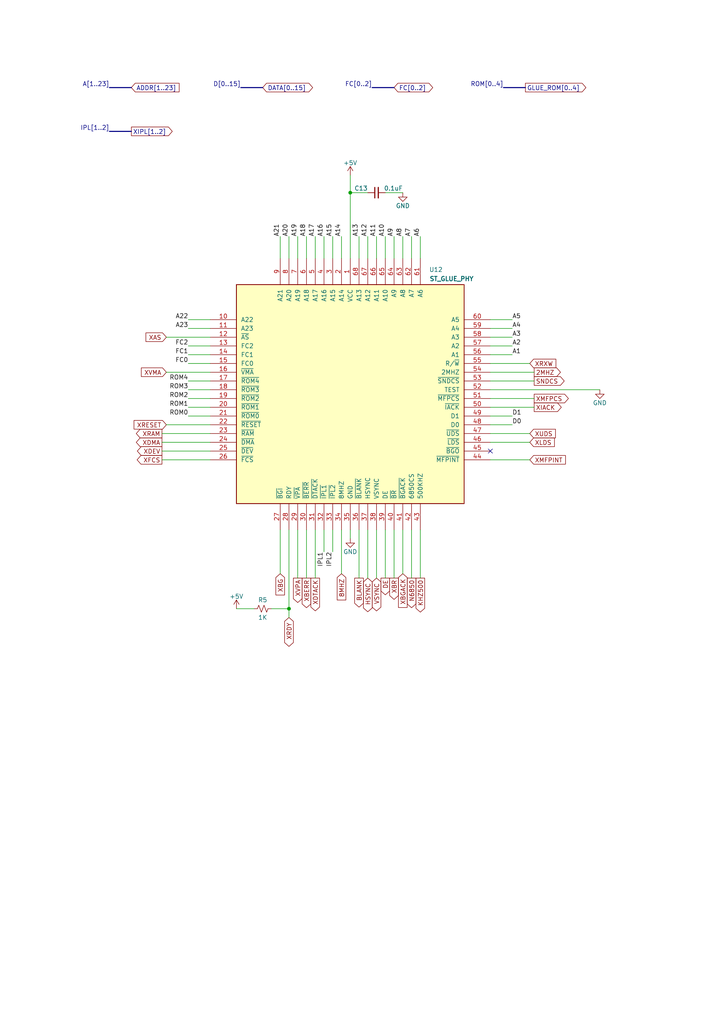
<source format=kicad_sch>
(kicad_sch (version 20211123) (generator eeschema)
  (paper "A4" portrait)
  (title_block (title "Converted schematics of Atari 260/520 ST") (date "2023-04-30") (rev "0") (comment 1 "…sporniket/kicad-conversions--atari-260-520-st-motherboard--c070231") (comment 2 "Original repository : https://github.com/…") (comment 4 "Reference : C070231"))
  (lib_symbols
    (symbol "Device:C_Small" (pin_numbers hide) (pin_names (offset 0.254) hide)
      (property "Reference" "C" (at 0.254 1.778 0))
      (property "Value" "C_Small" (at 0.254 -2.032 0))
      (symbol "C_Small_0_1"
        (polyline (pts (xy -1.524 -0.508) (xy 1.524 -0.508)) (stroke (width 0.3302)))
        (polyline (pts (xy -1.524 0.508) (xy 1.524 0.508)) (stroke (width 0.3048)))
      )
      (symbol "C_Small_1_1"
        (pin passive line (at 0 2.54 270) (length 2.032) (name "~") (number "1"))
        (pin passive line (at 0 -2.54 90) (length 2.032) (name "~") (number "2"))
      )
    )
    (symbol "Device:R_Small_US" (pin_numbers hide) (pin_names (offset 0.254) hide)
      (property "Reference" "R" (at 0.762 0.508 0))
      (property "Value" "R_Small_US" (at 0.762 -1.016 0))
      (symbol "R_Small_US_1_1"
        (polyline (pts (xy 0 0) (xy 1.016 -0.381) (xy 0 -0.762) (xy -1.016 -1.143) (xy 0 -1.524)))
        (polyline (pts (xy 0 1.524) (xy 1.016 1.143) (xy 0 0.762) (xy -1.016 0.381) (xy 0 0)))
        (pin passive line (at 0 2.54 270) (length 1.016) (name "~") (number "1"))
        (pin passive line (at 0 -2.54 90) (length 1.016) (name "~") (number "2"))
      )
    )
    (symbol "power:+5V" (power) (pin_names (offset 0))
      (property "Value" "+5V" (at 0 3.556 0))
      (symbol "+5V_0_1"
        (polyline (pts (xy -0.762 1.27) (xy 0 2.54)))
        (polyline (pts (xy 0 0) (xy 0 2.54)))
        (polyline (pts (xy 0 2.54) (xy 0.762 1.27)))
      )
      (symbol "+5V_1_1"
        (pin power_in line (at 0 0 90) (length 0) hide (name "+5V") (number "1"))
      )
    )
    (symbol "power:GND" (power) (pin_names (offset 0))
      (property "Value" "GND" (at 0 -3.81 0))
      (symbol "GND_0_1"
        (polyline (pts (xy 0 0) (xy 0 -1.27) (xy 1.27 -1.27) (xy 0 -2.54) (xy -1.27 -1.27) (xy 0 -1.27)))
      )
      (symbol "GND_1_1"
        (pin power_in line (at 0 0 270) (length 0) hide (name "GND") (number "1"))
      )
    )
    (symbol "st_glue:ST_GLUE_PHY" (pin_names (offset 1.27))
      (property "Reference" "U" (at 22.86 36.83 0))
      (property "Value" "ST_GLUE_PHY" (at 22.86 34.29 0))
      (symbol "ST_GLUE_PHY_0_0"
        (rectangle (start -33.02 31.75) (end 33.02 -31.75) (stroke (width 0.254)) (fill (type background)))
        (pin power_in line (at 0 39.37 270) (length 7.62) (name "VCC") (number "1"))
        (pin input line (at -40.64 21.59 0) (length 7.62) (name "A22") (number "10"))
        (pin input line (at -40.64 19.05 0) (length 7.62) (name "A23") (number "11"))
        (pin bidirectional line (at -40.64 16.51 0) (length 7.62) (name "~{AS}") (number "12"))
        (pin bidirectional line (at -40.64 13.97 0) (length 7.62) (name "FC2") (number "13"))
        (pin bidirectional line (at -40.64 11.43 0) (length 7.62) (name "FC1") (number "14"))
        (pin bidirectional line (at -40.64 8.89 0) (length 7.62) (name "FC0") (number "15"))
        (pin input line (at -40.64 6.35 0) (length 7.62) (name "~{VMA}") (number "16"))
        (pin output line (at -40.64 3.81 0) (length 7.62) (name "~{ROM4}") (number "17"))
        (pin output line (at -40.64 1.27 0) (length 7.62) (name "~{ROM3}") (number "18"))
        (pin output line (at -40.64 -1.27 0) (length 7.62) (name "~{ROM2}") (number "19"))
        (pin input line (at -2.54 39.37 270) (length 7.62) (name "A14") (number "2"))
        (pin output line (at -40.64 -3.81 0) (length 7.62) (name "~{ROM1}") (number "20"))
        (pin output line (at -40.64 -6.35 0) (length 7.62) (name "~{ROM0}") (number "21"))
        (pin input line (at -40.64 -8.89 0) (length 7.62) (name "~{RESET}") (number "22"))
        (pin output line (at -40.64 -11.43 0) (length 7.62) (name "~{RAM}") (number "23"))
        (pin output line (at -40.64 -13.97 0) (length 7.62) (name "~{DMA}") (number "24"))
        (pin output line (at -40.64 -16.51 0) (length 7.62) (name "~{DEV}") (number "25"))
        (pin output line (at -40.64 -19.05 0) (length 7.62) (name "~{FCS}") (number "26"))
        (pin input line (at -20.32 -39.37 90) (length 7.62) (name "~{BGI}") (number "27"))
        (pin bidirectional line (at -17.78 -39.37 90) (length 7.62) (name "RDY") (number "28"))
        (pin output line (at -15.24 -39.37 90) (length 7.62) (name "~{VPA}") (number "29"))
        (pin input line (at -5.08 39.37 270) (length 7.62) (name "A15") (number "3"))
        (pin output line (at -12.7 -39.37 90) (length 7.62) (name "~{BERR}") (number "30"))
        (pin bidirectional line (at -10.16 -39.37 90) (length 7.62) (name "~{DTACK}") (number "31"))
        (pin output line (at -7.62 -39.37 90) (length 7.62) (name "~{IPL1}") (number "32"))
        (pin output line (at -5.08 -39.37 90) (length 7.62) (name "~{IPL2}") (number "33"))
        (pin input line (at -2.54 -39.37 90) (length 7.62) (name "8MHZ") (number "34"))
        (pin power_in line (at 0 -39.37 90) (length 7.62) (name "GND") (number "35"))
        (pin output line (at 2.54 -39.37 90) (length 7.62) (name "~{BLANK}") (number "36"))
        (pin bidirectional line (at 5.08 -39.37 90) (length 7.62) (name "HSYNC") (number "37"))
        (pin bidirectional line (at 7.62 -39.37 90) (length 7.62) (name "VSYNC") (number "38"))
        (pin output line (at 10.16 -39.37 90) (length 7.62) (name "DE") (number "39"))
        (pin input line (at -7.62 39.37 270) (length 7.62) (name "A16") (number "4"))
        (pin output line (at 12.7 -39.37 90) (length 7.62) (name "~{BR}") (number "40"))
        (pin output line (at 15.24 -39.37 90) (length 7.62) (name "~{BGACK}") (number "41"))
        (pin output line (at 17.78 -39.37 90) (length 7.62) (name "6850CS") (number "42"))
        (pin output line (at 20.32 -39.37 90) (length 7.62) (name "500KHZ") (number "43"))
        (pin input line (at 40.64 -19.05 180) (length 7.62) (name "~{MFPINT}") (number "44"))
        (pin output line (at 40.64 -16.51 180) (length 7.62) (name "~{BGO}") (number "45"))
        (pin bidirectional line (at 40.64 -13.97 180) (length 7.62) (name "~{LDS}") (number "46"))
        (pin bidirectional line (at 40.64 -11.43 180) (length 7.62) (name "~{UDS}") (number "47"))
        (pin bidirectional line (at 40.64 -8.89 180) (length 7.62) (name "D0") (number "48"))
        (pin bidirectional line (at 40.64 -6.35 180) (length 7.62) (name "D1") (number "49"))
        (pin input line (at -10.16 39.37 270) (length 7.62) (name "A17") (number "5"))
        (pin output line (at 40.64 -3.81 180) (length 7.62) (name "~{IACK}") (number "50"))
        (pin output line (at 40.64 -1.27 180) (length 7.62) (name "~{MFPCS}") (number "51"))
        (pin input line (at 40.64 1.27 180) (length 7.62) (name "TEST") (number "52"))
        (pin output line (at 40.64 3.81 180) (length 7.62) (name "~{SNDCS}") (number "53"))
        (pin output line (at 40.64 6.35 180) (length 7.62) (name "2MHZ") (number "54"))
        (pin bidirectional line (at 40.64 8.89 180) (length 7.62) (name "R/~{W}") (number "55"))
        (pin input line (at 40.64 11.43 180) (length 7.62) (name "A1") (number "56"))
        (pin input line (at 40.64 13.97 180) (length 7.62) (name "A2") (number "57"))
        (pin input line (at 40.64 16.51 180) (length 7.62) (name "A3") (number "58"))
        (pin input line (at 40.64 19.05 180) (length 7.62) (name "A4") (number "59"))
        (pin input line (at -12.7 39.37 270) (length 7.62) (name "A18") (number "6"))
        (pin input line (at 40.64 21.59 180) (length 7.62) (name "A5") (number "60"))
        (pin input line (at 20.32 39.37 270) (length 7.62) (name "A6") (number "61"))
        (pin input line (at 17.78 39.37 270) (length 7.62) (name "A7") (number "62"))
        (pin input line (at 15.24 39.37 270) (length 7.62) (name "A8") (number "63"))
        (pin input line (at 12.7 39.37 270) (length 7.62) (name "A9") (number "64"))
        (pin input line (at 10.16 39.37 270) (length 7.62) (name "A10") (number "65"))
        (pin input line (at 7.62 39.37 270) (length 7.62) (name "A11") (number "66"))
        (pin input line (at 5.08 39.37 270) (length 7.62) (name "A12") (number "67"))
        (pin input line (at 2.54 39.37 270) (length 7.62) (name "A13") (number "68"))
        (pin input line (at -15.24 39.37 270) (length 7.62) (name "A19") (number "7"))
        (pin input line (at -17.78 39.37 270) (length 7.62) (name "A20") (number "8"))
        (pin input line (at -20.32 39.37 270) (length 7.62) (name "A21") (number "9"))
      )
    )
  )
  (junction (at 83.82 176.53))
  (junction (at 101.6 55.88))
  (no_connect (at 142.24 130.81))
  (wire (pts (xy 142.24 128.27) (xy 153.67 128.27)))
  (wire (pts (xy 142.24 95.25) (xy 148.59 95.25)))
  (wire (pts (xy 46.99 133.35) (xy 60.96 133.35)))
  (wire (pts (xy 119.38 74.93) (xy 119.38 68.58)))
  (wire (pts (xy 142.24 133.35) (xy 153.67 133.35)))
  (wire (pts (xy 119.38 153.67) (xy 119.38 167.64)))
  (wire (pts (xy 83.82 74.93) (xy 83.82 68.58)))
  (bus (pts (xy 31.75 38.1) (xy 38.1 38.1)))
  (wire (pts (xy 111.76 153.67) (xy 111.76 167.64)))
  (wire (pts (xy 109.22 74.93) (xy 109.22 68.58)))
  (wire (pts (xy 54.61 92.71) (xy 60.96 92.71)))
  (wire (pts (xy 83.82 176.53) (xy 83.82 179.07)))
  (wire (pts (xy 142.24 115.57) (xy 154.94 115.57)))
  (wire (pts (xy 142.24 113.03) (xy 173.99 113.03)))
  (wire (pts (xy 104.14 153.67) (xy 104.14 167.64)))
  (wire (pts (xy 96.52 74.93) (xy 96.52 68.58)))
  (wire (pts (xy 101.6 153.67) (xy 101.6 156.21)))
  (wire (pts (xy 54.61 105.41) (xy 60.96 105.41)))
  (wire (pts (xy 88.9 153.67) (xy 88.9 167.64)))
  (wire (pts (xy 121.92 74.93) (xy 121.92 68.58)))
  (wire (pts (xy 86.36 74.93) (xy 86.36 68.58)))
  (bus (pts (xy 69.85 25.4) (xy 76.2 25.4)))
  (wire (pts (xy 106.68 74.93) (xy 106.68 68.58)))
  (wire (pts (xy 93.98 74.93) (xy 93.98 68.58)))
  (wire (pts (xy 114.3 153.67) (xy 114.3 167.64)))
  (wire (pts (xy 54.61 118.11) (xy 60.96 118.11)))
  (wire (pts (xy 101.6 55.88) (xy 101.6 74.93)))
  (wire (pts (xy 111.76 74.93) (xy 111.76 68.58)))
  (wire (pts (xy 54.61 110.49) (xy 60.96 110.49)))
  (wire (pts (xy 83.82 153.67) (xy 83.82 176.53)))
  (wire (pts (xy 48.26 123.19) (xy 60.96 123.19)))
  (wire (pts (xy 48.26 107.95) (xy 60.96 107.95)))
  (wire (pts (xy 142.24 125.73) (xy 153.67 125.73)))
  (wire (pts (xy 116.84 74.93) (xy 116.84 68.58)))
  (wire (pts (xy 111.76 55.88) (xy 116.84 55.88)))
  (wire (pts (xy 116.84 153.67) (xy 116.84 166.37)))
  (wire (pts (xy 142.24 102.87) (xy 148.59 102.87)))
  (wire (pts (xy 88.9 74.93) (xy 88.9 68.58)))
  (wire (pts (xy 81.28 74.93) (xy 81.28 68.58)))
  (wire (pts (xy 142.24 97.79) (xy 148.59 97.79)))
  (wire (pts (xy 48.26 97.79) (xy 60.96 97.79)))
  (wire (pts (xy 142.24 92.71) (xy 148.59 92.71)))
  (wire (pts (xy 46.99 130.81) (xy 60.96 130.81)))
  (wire (pts (xy 109.22 153.67) (xy 109.22 167.64)))
  (wire (pts (xy 93.98 160.02) (xy 93.98 153.67)))
  (wire (pts (xy 54.61 120.65) (xy 60.96 120.65)))
  (wire (pts (xy 99.06 153.67) (xy 99.06 166.37)))
  (wire (pts (xy 104.14 74.93) (xy 104.14 68.58)))
  (wire (pts (xy 46.99 125.73) (xy 60.96 125.73)))
  (wire (pts (xy 114.3 74.93) (xy 114.3 68.58)))
  (wire (pts (xy 78.74 176.53) (xy 83.82 176.53)))
  (wire (pts (xy 101.6 55.88) (xy 106.68 55.88)))
  (wire (pts (xy 142.24 105.41) (xy 153.67 105.41)))
  (wire (pts (xy 142.24 110.49) (xy 154.94 110.49)))
  (bus (pts (xy 107.95 25.4) (xy 114.3 25.4)))
  (wire (pts (xy 91.44 153.67) (xy 91.44 167.64)))
  (wire (pts (xy 54.61 95.25) (xy 60.96 95.25)))
  (wire (pts (xy 54.61 102.87) (xy 60.96 102.87)))
  (wire (pts (xy 142.24 120.65) (xy 148.59 120.65)))
  (wire (pts (xy 142.24 123.19) (xy 148.59 123.19)))
  (bus (pts (xy 146.05 25.4) (xy 152.4 25.4)))
  (wire (pts (xy 96.52 160.02) (xy 96.52 153.67)))
  (wire (pts (xy 101.6 50.8) (xy 101.6 55.88)))
  (wire (pts (xy 99.06 74.93) (xy 99.06 68.58)))
  (wire (pts (xy 86.36 153.67) (xy 86.36 167.64)))
  (wire (pts (xy 106.68 153.67) (xy 106.68 167.64)))
  (wire (pts (xy 54.61 113.03) (xy 60.96 113.03)))
  (wire (pts (xy 54.61 115.57) (xy 60.96 115.57)))
  (wire (pts (xy 46.99 128.27) (xy 60.96 128.27)))
  (wire (pts (xy 142.24 118.11) (xy 154.94 118.11)))
  (wire (pts (xy 54.61 100.33) (xy 60.96 100.33)))
  (wire (pts (xy 91.44 74.93) (xy 91.44 68.58)))
  (bus (pts (xy 38.1 25.4) (xy 31.75 25.4)))
  (wire (pts (xy 142.24 100.33) (xy 148.59 100.33)))
  (wire (pts (xy 142.24 107.95) (xy 154.94 107.95)))
  (wire (pts (xy 81.28 153.67) (xy 81.28 166.37)))
  (wire (pts (xy 68.58 176.53) (xy 73.66 176.53)))
  (wire (pts (xy 121.92 153.67) (xy 121.92 167.64)))
  (label "A19" (at 86.36 68.58 90))
  (label "A2" (at 148.59 100.33 0))
  (label "A[1..23]" (at 31.75 25.4 180))
  (label "D0" (at 148.59 123.19 0))
  (label "ROM2" (at 54.61 115.57 180))
  (label "A16" (at 93.98 68.58 90))
  (label "IPL[1..2]" (at 31.75 38.1 180))
  (label "A6" (at 121.92 68.58 90))
  (label "A7" (at 119.38 68.58 90))
  (label "A9" (at 114.3 68.58 90))
  (label "A1" (at 148.59 102.87 0))
  (label "A4" (at 148.59 95.25 0))
  (label "FC2" (at 54.61 100.33 180))
  (label "ROM[0..4]" (at 146.05 25.4 180))
  (label "A11" (at 109.22 68.58 90))
  (label "D[0..15]" (at 69.85 25.4 180))
  (label "A5" (at 148.59 92.71 0))
  (label "A21" (at 81.28 68.58 90))
  (label "A8" (at 116.84 68.58 90))
  (label "A14" (at 99.06 68.58 90))
  (label "FC[0..2]" (at 107.95 25.4 180))
  (label "FC1" (at 54.61 102.87 180))
  (label "ROM1" (at 54.61 118.11 180))
  (label "IPL2" (at 96.52 160.02 270))
  (label "A10" (at 111.76 68.58 90))
  (label "A12" (at 106.68 68.58 90))
  (label "A20" (at 83.82 68.58 90))
  (label "A13" (at 104.14 68.58 90))
  (label "A23" (at 54.61 95.25 180))
  (label "A3" (at 148.59 97.79 0))
  (label "D1" (at 148.59 120.65 0))
  (label "ROM3" (at 54.61 113.03 180))
  (label "A18" (at 88.9 68.58 90))
  (label "A15" (at 96.52 68.58 90))
  (label "ROM0" (at 54.61 120.65 180))
  (label "ROM4" (at 54.61 110.49 180))
  (label "A17" (at 91.44 68.58 90))
  (label "IPL1" (at 93.98 160.02 270))
  (label "FC0" (at 54.61 105.41 180))
  (label "A22" (at 54.61 92.71 180))
  (global_label "FC[0..2]" (shape bidirectional) (at 114.3 25.4 0) (property "Intersheet References" "${INTERSHEET_REFS}" (effects hide)))
  (global_label "XIACK" (shape output) (at 154.94 118.11 0) (property "Intersheet References" "${INTERSHEET_REFS}" (effects hide)))
  (global_label "XDTACK" (shape output) (at 91.44 167.64 270) (property "Intersheet References" "${INTERSHEET_REFS}" (effects hide)))
  (global_label "BLANK" (shape output) (at 104.14 167.64 270) (property "Intersheet References" "${INTERSHEET_REFS}" (effects hide)))
  (global_label "XVPA" (shape output) (at 86.36 167.64 270) (property "Intersheet References" "${INTERSHEET_REFS}" (effects hide)))
  (global_label "GLUE_ROM[0..4]" (shape output) (at 152.4 25.4 0) (property "Intersheet References" "${INTERSHEET_REFS}" (effects hide)))
  (global_label "XBG" (shape input) (at 81.28 166.37 270) (property "Intersheet References" "${INTERSHEET_REFS}" (effects hide)))
  (global_label "XMFPCS" (shape output) (at 154.94 115.57 0) (property "Intersheet References" "${INTERSHEET_REFS}" (effects hide)))
  (global_label "XIPL[1..2]" (shape output) (at 38.1 38.1 0) (property "Intersheet References" "${INTERSHEET_REFS}" (effects hide)))
  (global_label "XMFPINT" (shape input) (at 153.67 133.35 0) (property "Intersheet References" "${INTERSHEET_REFS}" (effects hide)))
  (global_label "XBGACK" (shape input) (at 116.84 166.37 270) (property "Intersheet References" "${INTERSHEET_REFS}" (effects hide)))
  (global_label "ADDR[1..23]" (shape input) (at 38.1 25.4 0) (property "Intersheet References" "${INTERSHEET_REFS}" (effects hide)))
  (global_label "XDMA" (shape output) (at 46.99 128.27 180) (property "Intersheet References" "${INTERSHEET_REFS}" (effects hide)))
  (global_label "N6850" (shape output) (at 119.38 167.64 270) (property "Intersheet References" "${INTERSHEET_REFS}" (effects hide)))
  (global_label "8MHZ" (shape input) (at 99.06 166.37 270) (property "Intersheet References" "${INTERSHEET_REFS}" (effects hide)))
  (global_label "HSYNC" (shape bidirectional) (at 106.68 167.64 270) (property "Intersheet References" "${INTERSHEET_REFS}" (effects hide)))
  (global_label "XFCS" (shape output) (at 46.99 133.35 180) (property "Intersheet References" "${INTERSHEET_REFS}" (effects hide)))
  (global_label "SNDCS" (shape output) (at 154.94 110.49 0) (property "Intersheet References" "${INTERSHEET_REFS}" (effects hide)))
  (global_label "XRESET" (shape input) (at 48.26 123.19 180) (property "Intersheet References" "${INTERSHEET_REFS}" (effects hide)))
  (global_label "2MHZ" (shape output) (at 154.94 107.95 0) (property "Intersheet References" "${INTERSHEET_REFS}" (effects hide)))
  (global_label "XLDS" (shape input) (at 153.67 128.27 0) (property "Intersheet References" "${INTERSHEET_REFS}" (effects hide)))
  (global_label "XBERR" (shape output) (at 88.9 167.64 270) (property "Intersheet References" "${INTERSHEET_REFS}" (effects hide)))
  (global_label "XRAM" (shape output) (at 46.99 125.73 180) (property "Intersheet References" "${INTERSHEET_REFS}" (effects hide)))
  (global_label "KHZ500" (shape output) (at 121.92 167.64 270) (property "Intersheet References" "${INTERSHEET_REFS}" (effects hide)))
  (global_label "XDEV" (shape output) (at 46.99 130.81 180) (property "Intersheet References" "${INTERSHEET_REFS}" (effects hide)))
  (global_label "DE" (shape output) (at 111.76 167.64 270) (property "Intersheet References" "${INTERSHEET_REFS}" (effects hide)))
  (global_label "VSYNC" (shape bidirectional) (at 109.22 167.64 270) (property "Intersheet References" "${INTERSHEET_REFS}" (effects hide)))
  (global_label "XRXW" (shape input) (at 153.67 105.41 0) (property "Intersheet References" "${INTERSHEET_REFS}" (effects hide)))
  (global_label "XAS" (shape input) (at 48.26 97.79 180) (property "Intersheet References" "${INTERSHEET_REFS}" (effects hide)))
  (global_label "XBR" (shape output) (at 114.3 167.64 270) (property "Intersheet References" "${INTERSHEET_REFS}" (effects hide)))
  (global_label "XRDY" (shape bidirectional) (at 83.82 179.07 270) (property "Intersheet References" "${INTERSHEET_REFS}" (effects hide)))
  (global_label "DATA[0..15]" (shape bidirectional) (at 76.2 25.4 0) (property "Intersheet References" "${INTERSHEET_REFS}" (effects hide)))
  (global_label "XVMA" (shape input) (at 48.26 107.95 180) (property "Intersheet References" "${INTERSHEET_REFS}" (effects hide)))
  (global_label "XUDS" (shape input) (at 153.67 125.73 0) (property "Intersheet References" "${INTERSHEET_REFS}" (effects hide)))
  (symbol (lib_id "st_glue:ST_GLUE_PHY") (at 101.6 114.3 0) (unit 1)
    (property "Reference" "U12" (at 124.46 77.47 0) (effects (justify left top)))
    (property "Value" "ST_GLUE_PHY" (at 124.46 80.01 0) (effects (font bold) (justify left top)))
    (property "Footprint" "Package_LCC:PLCC-68_THT-Socket" (effects hide))
    (property "Datasheet" "https://raw.githubusercontent.com/sporniket/kicad-symbols-generated/main/reference-materials/atari-16-32/st-glue-mmu-dma-shifter--Atari-ST-Internals.pdf" (effects hide))
  )
  (symbol (lib_id "power:+5V") (at 101.6 50.8 0) (unit 1)
    (property "Reference" "#PWR0221" (effects hide))
    (property "Value" "+5V" (at 101.6 47.244 0))
  )
  (symbol (lib_id "power:+5V") (at 68.58 176.53 0) (unit 1)
    (property "Reference" "#PWR0224" (effects hide))
    (property "Value" "+5V" (at 68.58 172.974 0))
  )
  (symbol (lib_id "Device:C_Small") (at 109.22 55.88 90) (unit 1)
    (property "Reference" "C13" (at 106.68 54.61 90) (effects (justify left)))
    (property "Value" "0.1uF" (at 116.84 54.61 90) (effects (justify left)))
    (property "Footprint" "commons-passives_THT:Passive_THT_capacitor_mlcc_W2.54mm_L12.70mm" (effects hide))
  )
  (symbol (lib_id "Device:R_Small_US") (at 76.2 176.53 270) (unit 1)
    (property "Reference" "R5" (at 76.2 173.99 90))
    (property "Value" "1K" (at 76.2 179.07 90))
    (property "Footprint" "commons-passives_THT:Passive_THT_resistor_W2.54mm_L12.70mm" (effects hide))
  )
  (symbol (lib_id "power:GND") (at 173.99 113.03 0) (unit 1)
    (property "Reference" "#PWR0220" (effects hide))
    (property "Value" "GND" (at 173.99 116.84 0))
  )
  (symbol (lib_id "power:GND") (at 116.84 55.88 0) (unit 1)
    (property "Reference" "#PWR0222" (effects hide))
    (property "Value" "GND" (at 116.84 59.69 0))
  )
  (symbol (lib_id "power:GND") (at 101.6 156.21 0) (unit 1)
    (property "Reference" "#PWR0223" (effects hide))
    (property "Value" "GND" (at 101.6 160.02 0))
  )
)
</source>
